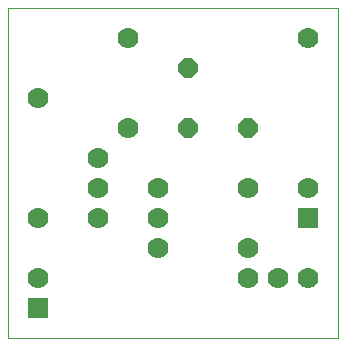
<source format=gtl>
G75*
%MOIN*%
%OFA0B0*%
%FSLAX25Y25*%
%IPPOS*%
%LPD*%
%AMOC8*
5,1,8,0,0,1.08239X$1,22.5*
%
%ADD10C,0.00000*%
%ADD11R,0.07000X0.07000*%
%ADD12C,0.07000*%
%ADD13OC8,0.06496*%
D10*
X0011000Y0021000D02*
X0011000Y0131000D01*
X0121000Y0131000D01*
X0121000Y0021000D01*
X0011000Y0021000D01*
D11*
X0021000Y0031000D03*
X0111000Y0061000D03*
D12*
X0111000Y0071000D03*
X0091000Y0071000D03*
X0091000Y0051000D03*
X0091000Y0041000D03*
X0101000Y0041000D03*
X0111000Y0041000D03*
X0061000Y0051000D03*
X0061000Y0061000D03*
X0061000Y0071000D03*
X0051000Y0091000D03*
X0041000Y0081000D03*
X0041000Y0071000D03*
X0041000Y0061000D03*
X0021000Y0061000D03*
X0021000Y0041000D03*
X0021000Y0101000D03*
X0051000Y0121000D03*
X0111000Y0121000D03*
D13*
X0091000Y0091000D03*
X0071000Y0091000D03*
X0071000Y0111000D03*
M02*

</source>
